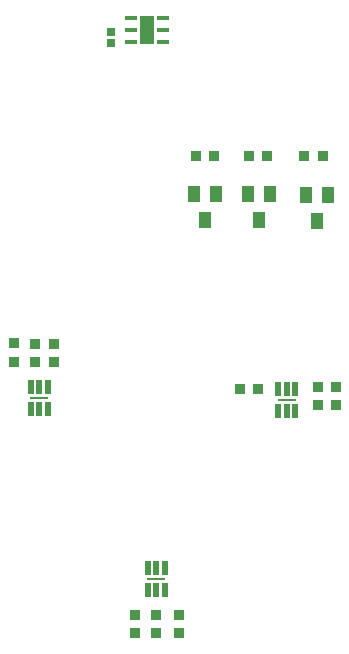
<source format=gbr>
%TF.GenerationSoftware,Altium Limited,Altium Designer,19.1.5 (86)*%
G04 Layer_Color=128*
%FSLAX26Y26*%
%MOIN*%
%TF.FileFunction,Paste,Bot*%
%TF.Part,Single*%
G01*
G75*
%TA.AperFunction,SMDPad,CuDef*%
%ADD20R,0.033465X0.035433*%
%ADD21R,0.035433X0.033465*%
%ADD28R,0.025197X0.025197*%
%ADD40R,0.050394X0.094488*%
%ADD41R,0.039370X0.015748*%
%ADD42R,0.039370X0.055118*%
%ADD43R,0.062992X0.011417*%
%ADD44R,0.021654X0.045276*%
D20*
X3094848Y2050000D02*
D03*
X3033824D02*
D03*
X2911024D02*
D03*
X2850000D02*
D03*
X2733110D02*
D03*
X2672087D02*
D03*
X2819488Y1273137D02*
D03*
X2880512D02*
D03*
X3140000Y1281220D02*
D03*
X3078976D02*
D03*
X3140512Y1220000D02*
D03*
X3079488D02*
D03*
D21*
X2065000Y1426024D02*
D03*
Y1365000D02*
D03*
X2135000Y1425512D02*
D03*
Y1364488D02*
D03*
X2200000Y1425512D02*
D03*
Y1364488D02*
D03*
X2615000Y459488D02*
D03*
Y520512D02*
D03*
X2540000Y459488D02*
D03*
Y520512D02*
D03*
X2470000Y459488D02*
D03*
Y520512D02*
D03*
D28*
X2390000Y2426890D02*
D03*
Y2463110D02*
D03*
D40*
X2510000Y2470728D02*
D03*
D41*
X2457244Y2431358D02*
D03*
Y2470728D02*
D03*
Y2510098D02*
D03*
X2562756Y2431358D02*
D03*
Y2470728D02*
D03*
Y2510098D02*
D03*
D42*
X3039406Y1920000D02*
D03*
X3114209D02*
D03*
X3076808Y1833386D02*
D03*
X2845197Y1925000D02*
D03*
X2920000D02*
D03*
X2882599Y1838386D02*
D03*
X2665197Y1925000D02*
D03*
X2740000D02*
D03*
X2702599Y1838386D02*
D03*
D43*
X2150000Y1245000D02*
D03*
X2540000Y641220D02*
D03*
X2975000Y1236917D02*
D03*
D44*
X2121457Y1281220D02*
D03*
X2150000D02*
D03*
X2178543D02*
D03*
X2121457Y1208780D02*
D03*
X2150000D02*
D03*
X2178543D02*
D03*
X2568543Y605000D02*
D03*
X2540000D02*
D03*
X2511457D02*
D03*
X2568543Y677441D02*
D03*
X2540000D02*
D03*
X2511457D02*
D03*
X2946457Y1273137D02*
D03*
X2975000D02*
D03*
X3003543D02*
D03*
X2946457Y1200696D02*
D03*
X2975000D02*
D03*
X3003543D02*
D03*
%TF.MD5,64edd8abbb76a2670867bea320b20432*%
M02*

</source>
